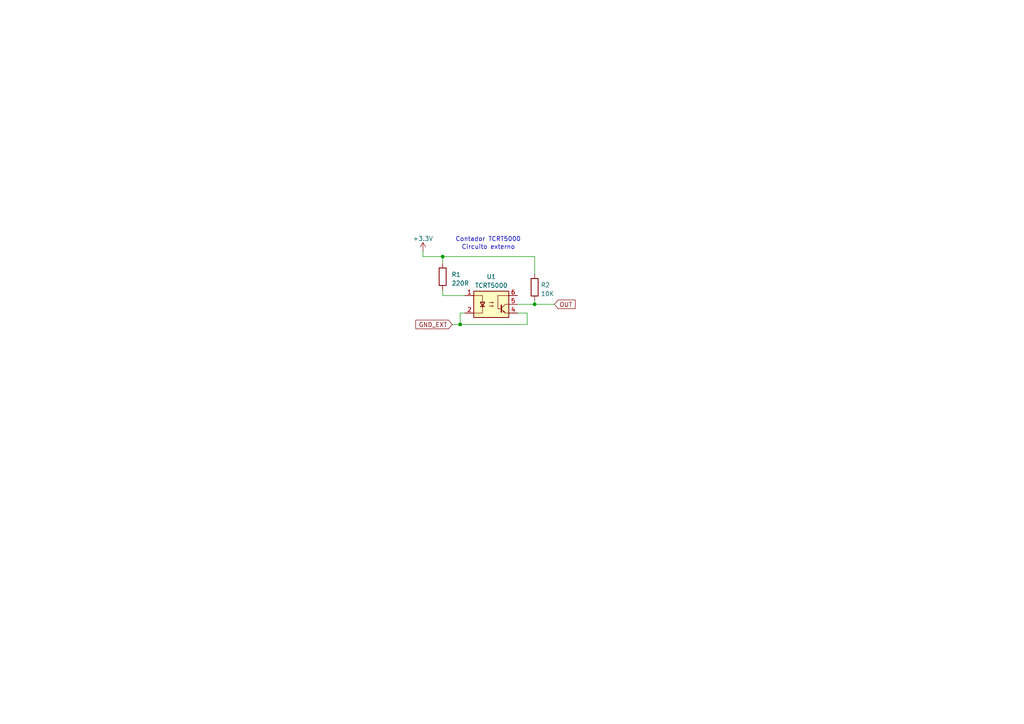
<source format=kicad_sch>
(kicad_sch (version 20230121) (generator eeschema)
  (paper "A4")
  (lib_symbols
    (symbol "Device:R" (pin_numbers hide) (pin_names (offset 0))
      (property "Reference" "R" (at 2.032 0 90))
      (property "Value" "R" (at 0 0 90))
      (symbol "R_0_1"
        (rectangle (start -1.016 -2.54) (end 1.016 2.54) (stroke (width 0.254)))
      )
      (symbol "R_1_1"
        (pin passive line (at 0 3.81 270) (length 1.27) (name "~") (number "1"))
        (pin passive line (at 0 -3.81 90) (length 1.27) (name "~") (number "2"))
      )
    )
    (symbol "Isolator:CNY17-1" (pin_names (offset 1.016))
      (property "Reference" "U" (at -5.08 5.08 0))
      (property "Value" "CNY17-1" (at 0 5.08 0))
      (symbol "CNY17-1_0_1"
        (rectangle (start -5.08 3.81) (end 5.08 -3.81) (stroke (width 0.254)) (fill (type background)))
        (polyline (pts (xy -3.175 -0.635) (xy -1.905 -0.635)) (stroke (width 0.254)))
        (polyline (pts (xy 2.921 -1.397) (xy 4.064 -2.54)))
        (polyline (pts (xy 2.921 -1.27) (xy 1.905 -1.27)))
        (polyline (pts (xy 2.921 -1.143) (xy 4.064 0)))
        (polyline (pts (xy 4.064 -2.54) (xy 5.08 -2.54)))
        (polyline (pts (xy 5.08 0) (xy 4.064 0)))
        (polyline (pts (xy -5.08 2.54) (xy -2.54 2.54) (xy -2.54 -0.762)))
        (polyline (pts (xy -2.54 -0.635) (xy -2.54 -2.54) (xy -5.08 -2.54)))
        (polyline (pts (xy 1.905 -1.27) (xy 1.905 2.54) (xy 5.08 2.54)))
        (polyline (pts (xy 2.921 -0.254) (xy 2.921 -2.286) (xy 2.921 -2.286)) (stroke (width 0.3556)))
        (polyline (pts (xy -2.54 -0.635) (xy -3.175 0.635) (xy -1.905 0.635) (xy -2.54 -0.635)) (stroke (width 0.254)))
        (polyline (pts (xy 3.937 -2.413) (xy 3.683 -1.905) (xy 3.429 -2.159) (xy 3.937 -2.413)))
        (polyline (pts (xy -0.635 -0.508) (xy 0.635 -0.508) (xy 0.254 -0.635) (xy 0.254 -0.381) (xy 0.635 -0.508)))
        (polyline (pts (xy -0.635 0.508) (xy 0.635 0.508) (xy 0.254 0.381) (xy 0.254 0.635) (xy 0.635 0.508)))
      )
      (symbol "CNY17-1_1_1"
        (pin passive line (at -7.62 2.54 0) (length 2.54) (name "~") (number "1"))
        (pin passive line (at -7.62 -2.54 0) (length 2.54) (name "~") (number "2"))
        (pin no_connect line (at -5.08 0 0) (length 2.54) hide (name "NC") (number "3"))
        (pin passive line (at 7.62 -2.54 180) (length 2.54) (name "~") (number "4"))
        (pin passive line (at 7.62 0 180) (length 2.54) (name "~") (number "5"))
        (pin passive line (at 7.62 2.54 180) (length 2.54) (name "~") (number "6"))
      )
    )
    (symbol "power:+3.3V" (power) (pin_names (offset 0))
      (property "Value" "+3.3V" (at 0 3.556 0))
      (symbol "+3.3V_0_1"
        (polyline (pts (xy -0.762 1.27) (xy 0 2.54)))
        (polyline (pts (xy 0 0) (xy 0 2.54)))
        (polyline (pts (xy 0 2.54) (xy 0.762 1.27)))
      )
      (symbol "+3.3V_1_1"
        (pin power_in line (at 0 0 90) (length 0) hide (name "+3.3V") (number "1"))
      )
    )
  )
  (junction (at 128.397 74.422))
  (junction (at 133.477 94.107))
  (junction (at 155.067 88.265))
  (wire (pts (xy 155.067 74.422) (xy 155.067 79.502)))
  (wire (pts (xy 122.682 72.898) (xy 122.682 74.422)))
  (wire (pts (xy 155.067 87.122) (xy 155.067 88.265)))
  (wire (pts (xy 155.067 88.265) (xy 150.114 88.265)))
  (wire (pts (xy 122.682 74.422) (xy 128.397 74.422)))
  (wire (pts (xy 155.067 88.265) (xy 160.782 88.265)))
  (wire (pts (xy 128.397 85.725) (xy 128.397 84.074)))
  (wire (pts (xy 150.114 90.805) (xy 152.908 90.805)))
  (wire (pts (xy 134.874 90.805) (xy 133.477 90.805)))
  (wire (pts (xy 152.908 90.805) (xy 152.908 94.107)))
  (wire (pts (xy 128.397 74.422) (xy 155.067 74.422)))
  (wire (pts (xy 133.477 94.107) (xy 131.191 94.107)))
  (wire (pts (xy 128.397 74.422) (xy 128.397 76.454)))
  (wire (pts (xy 133.477 90.805) (xy 133.477 94.107)))
  (wire (pts (xy 134.874 85.725) (xy 128.397 85.725)))
  (wire (pts (xy 152.908 94.107) (xy 133.477 94.107)))
  (text "Circuito externo" (at 133.858 72.517 0) (effects (font (size 1.27 1.27)) (justify left bottom)))
  (text "Contador TCRT5000" (at 132.08 70.231 0) (effects (font (size 1.27 1.27)) (justify left bottom)))
  (global_label "GND_EXT" (shape input) (at 131.191 94.107 180) (property "Intersheetrefs" "${INTERSHEET_REFS}" (effects hide)))
  (global_label "OUT" (shape input) (at 160.782 88.265 0) (property "Intersheetrefs" "${INTERSHEET_REFS}" (effects hide)))
  (symbol (lib_id "power:+3.3V") (at 122.682 72.898 0) (unit 1)
    (property "Reference" "#PWR01" (effects hide))
    (property "Value" "+3.3V" (at 122.682 69.215 0))
  )
  (symbol (lib_id "Isolator:CNY17-1") (at 142.494 88.265 0) (unit 1)
    (property "Reference" "U1" (at 142.494 80.264 0))
    (property "Value" "TCRT5000" (at 142.494 82.804 0))
    (property "Datasheet" "http://www.vishay.com/docs/83606/cny17.pdf" (effects hide))
  )
  (symbol (lib_id "Device:R") (at 155.067 83.312 180) (unit 1)
    (property "Reference" "R2" (at 156.845 82.677 0) (effects (justify right)))
    (property "Value" "10K" (at 156.845 85.217 0) (effects (justify right)))
  )
  (symbol (lib_id "Device:R") (at 128.397 80.264 180) (unit 1)
    (property "Reference" "R1" (at 130.937 79.629 0) (effects (justify right)))
    (property "Value" "220R" (at 130.937 82.169 0) (effects (justify right)))
  )
)
</source>
